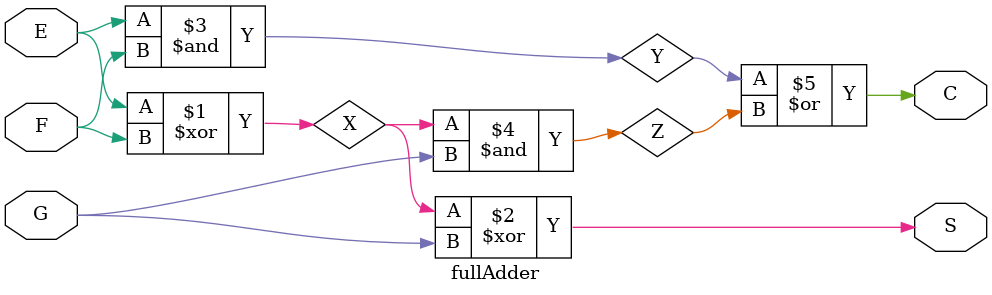
<source format=v>
module fullAdder(E, F, G, S, C);
input E, F, G;
output S, C;
wire X, Y, Z;

xor a1(X, E, F);
xor a2(S, X, G);
and a3(Y, E, F);
and a4(Z, X, G);
or a5(C, Y, Z);

endmodule

</source>
